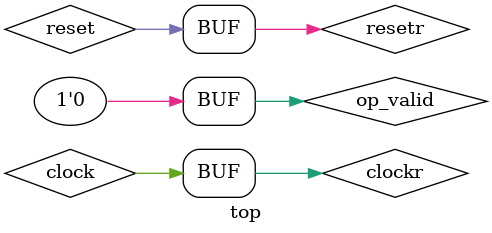
<source format=v>
 /*
  * Copyright (c) 2004 Mike Mintz (mike@applevalleyverification.com)
  *
  *    This source code is free software; you can redistribute it
  *    and/or modify it in source code form under the terms of the GNU
  *    General Public License as published by the Free Software
  *    Foundation; either version 2 of the License, or (at your option)
  *    any later version.
  *
  *    This program is distributed in the hope that it will be useful,
  *    but WITHOUT ANY WARRANTY; without even the implied warranty of
  *    MERCHANTABILITY or FITNESS FOR A PARTICULAR PURPOSE.  See the
  *    GNU General Public License for more details.
  *
  *    You should have received a copy of the GNU General Public License
  *    along with this program; if not, write to the Free Software
  *    Foundation, Inc., 59 Temple Place - Suite 330, Boston, MA 02111-1307, USA
  */

`timescale 1 ns / 1 ns

module top;

   reg [31:0] operand_a;
   reg [31:0] operand_b;
   reg [7:0]  operand;
   wire       operation_done;
   wire [31:0] result;
   
   reg 	       op_valid;
   
   alu_top alu_top (
		    .operand_a (operand_a),
		    .operand_b (operand_b),
		    .operator (operand),
		    .op_valid (op_valid),
		    .operation_done (operation_done),
		    .result (result)
		    );


   initial op_valid = 0;
   wire 	clock;
   wire 	reset;
   reg 		clockr;
   reg 		resetr;

   assign      clock = clockr;
   assign      reset = resetr;

   initial  clockr = 0;
   always
     begin
	#5 clockr = ~clock;
     end
   

//   initial 
//     begin
//	$display ("%t 123 Starting Truss", $time);
//#100;
//	$verification_top;
//     end

   watchdog watchdog (.timeout (timeout));


endmodule 



</source>
